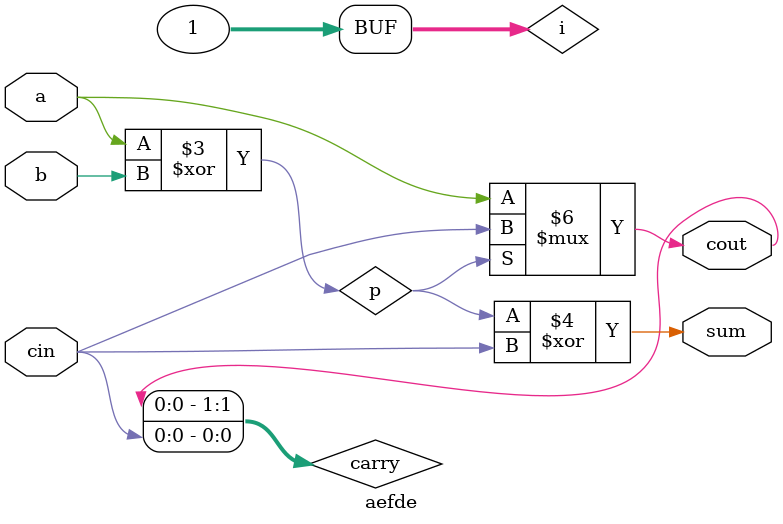
<source format=v>
`timescale 1ns / 1ps
module aefde(a,b,cin,sum,cout);
   parameter N=1;
	input [N-1:0] a,b;
	input cin;
	output [N-1:0] sum;
	output cout;
	reg [N-1:0] sum;
	reg [N-1:0] p;
	reg [N:0] carry;
	integer i;
	
	always @(a or b or cin)begin
	   carry[0]=cin;
		for(i=0; i<N; i=i+1)begin
		   p[i]=(a[i]^b[i]);
			sum[i]=(p[i]^carry[i]);
			case(p[i])
           0 : carry[i+1]=a[i];
			  default : carry[i+1]=carry[i]; 
         endcase	
      end			
	end
	assign cout = carry[N];


endmodule

</source>
